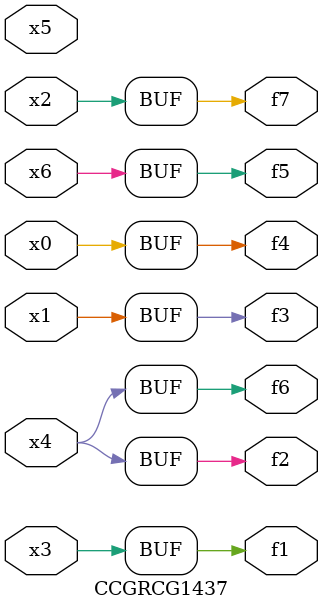
<source format=v>
module CCGRCG1437(
	input x0, x1, x2, x3, x4, x5, x6,
	output f1, f2, f3, f4, f5, f6, f7
);
	assign f1 = x3;
	assign f2 = x4;
	assign f3 = x1;
	assign f4 = x0;
	assign f5 = x6;
	assign f6 = x4;
	assign f7 = x2;
endmodule

</source>
